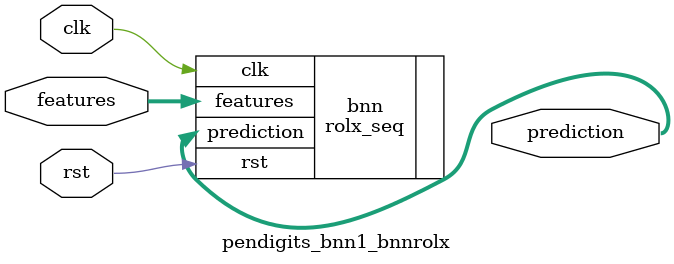
<source format=v>













module pendigits_bnn1_bnnrolx #(

parameter FEAT_CNT = 16,
parameter HIDDEN_CNT = 40,
parameter FEAT_BITS = 4,
parameter CLASS_CNT = 10,
parameter TEST_CNT = 1000


  ) (
  input clk,
  input rst,
  input [FEAT_CNT*FEAT_BITS-1:0] features,
  output [$clog2(CLASS_CNT)-1:0] prediction
  );

  localparam Weights0 = 640'b0101101001100011101101101101100110110001000001111010010111001000110110101111010101010001111100000110101111111000111000001101101000000011010100101110100101011010010010111010010010010101010110001011110100100011010011100001101100010110101111011010111110110001101100101111010110110101000010011110111110000101010111111100000110010010001111011111101111010000010100000101100101001010000110110100001111101100101100000010101110100100001101111011101011100101011010100101001111001010000111010000011100001011000000000010111100000101001110001010010100011110010010100110001001001011111110000001011011101101010100011111000001001101000110100010101101000010 ;
  localparam Weights1 = 400'b0000100000101111101101100001011000110000011110110111101011101100111100000000000001011101010001011000011110000100011101100111000000001111010000000110111100001000010010110010110110100000011111111101000010001000011011000111010110000010000010110101011011010111100111100010101011111110110001011100011000001010100011000011111010001111111000101011111010000101001111000111000011011001011111000001101001000001 ;

  rolx_seq #(.FEAT_CNT(FEAT_CNT),.FEAT_BITS(FEAT_BITS),.HIDDEN_CNT(HIDDEN_CNT),.CLASS_CNT(CLASS_CNT),.Weights0(Weights0),.Weights1(Weights1)) bnn (
    .clk(clk),
    .rst(rst),
    .features(features),
    .prediction(prediction)
  );

endmodule

</source>
